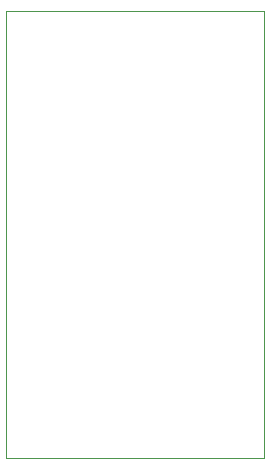
<source format=gko>
G75*
%MOIN*%
%OFA0B0*%
%FSLAX24Y24*%
%IPPOS*%
%LPD*%
%AMOC8*
5,1,8,0,0,1.08239X$1,22.5*
%
%ADD10C,0.0000*%
D10*
X000350Y000450D02*
X000350Y015346D01*
X008950Y015346D01*
X008950Y000450D01*
X000350Y000450D01*
M02*

</source>
